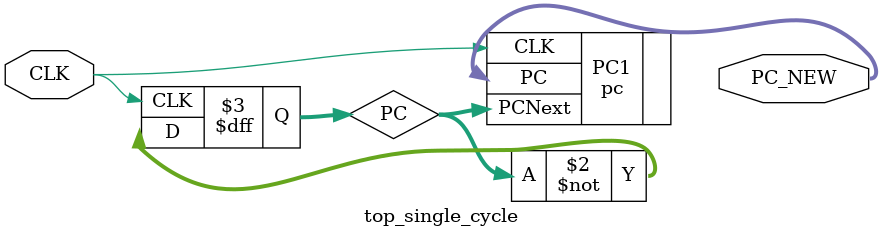
<source format=v>
module top_single_cycle (CLK, PC_NEW);
    input wire CLK;
    reg [31:0] PC;
    output wire [31:0] PC_NEW;
    pc PC1 (.CLK (CLK),
            .PC (PC_NEW),
            .PCNext(PC));
    always @(posedge CLK) begin
        PC <= ~PC;
    end

endmodule
</source>
